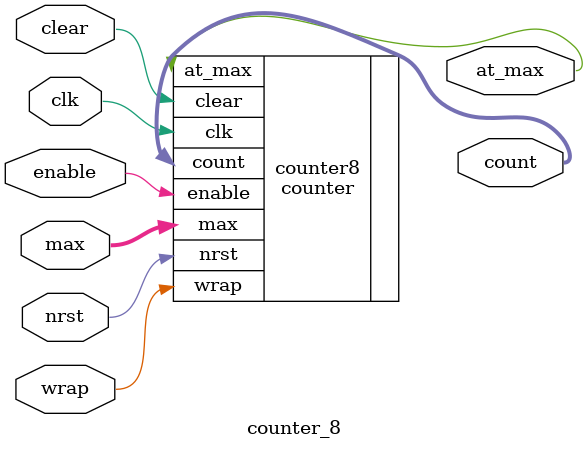
<source format=sv>
/*
module name: counter_8
description: Wraps around counter module, resulting in an 8-bit counter
*/

module counter_8 (
    input logic clk,            // Clock
    input logic nrst,           // Asyncronous active low reset
    input logic enable,         // Enable
    input logic clear,          // Synchronous active high clear 
    input logic wrap,           // 0: no wrap at max, 1: wrap to 0 at max
    input logic [7:0] max,      // Max number of count (inclusive)
    output logic [7:0] count,   // Current count
    output logic at_max         // 1 when counter is at max, otherwise 0
);
    // edit
    // Add an instance of your counter module
    // HINT: What should the value of parameter N be?
    counter #(.N(8)) counter8 (.clk(clk), .nrst(nrst), .enable(enable), .clear(clear), .wrap(wrap), .max(max), .count(count), .at_max(at_max));

endmodule

</source>
